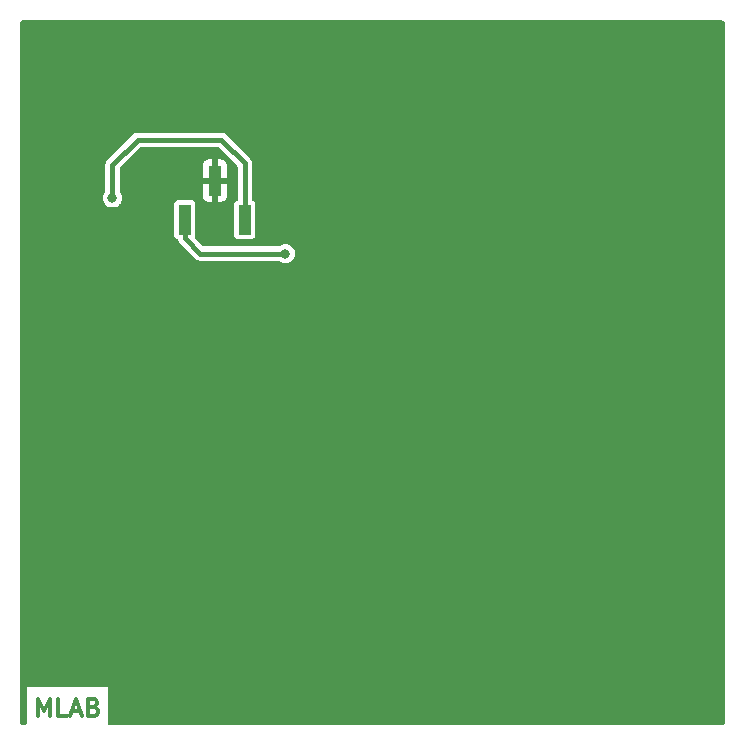
<source format=gbr>
%TF.GenerationSoftware,KiCad,Pcbnew,6.0.11+dfsg-1~bpo11+1*%
%TF.CreationDate,2023-05-28T01:19:47+00:00*%
%TF.ProjectId,PINHOLDER02,50494e48-4f4c-4444-9552-30322e6b6963,02A*%
%TF.SameCoordinates,Original*%
%TF.FileFunction,Copper,L1,Top*%
%TF.FilePolarity,Positive*%
%FSLAX46Y46*%
G04 Gerber Fmt 4.6, Leading zero omitted, Abs format (unit mm)*
G04 Created by KiCad (PCBNEW 6.0.11+dfsg-1~bpo11+1) date 2023-05-28 01:19:47*
%MOMM*%
%LPD*%
G01*
G04 APERTURE LIST*
%ADD10C,0.300000*%
%TA.AperFunction,NonConductor*%
%ADD11C,0.300000*%
%TD*%
%TA.AperFunction,ComponentPad*%
%ADD12C,6.000000*%
%TD*%
%TA.AperFunction,SMDPad,CuDef*%
%ADD13R,1.000000X2.510000*%
%TD*%
%TA.AperFunction,ViaPad*%
%ADD14C,0.800000*%
%TD*%
%TA.AperFunction,Conductor*%
%ADD15C,0.400000*%
%TD*%
G04 APERTURE END LIST*
D10*
D11*
X-2910000Y-54498571D02*
X-2910000Y-52998571D01*
X-2410000Y-54070000D01*
X-1910000Y-52998571D01*
X-1910000Y-54498571D01*
X-481429Y-54498571D02*
X-1195715Y-54498571D01*
X-1195715Y-52998571D01*
X-52858Y-54070000D02*
X661428Y-54070000D01*
X-195715Y-54498571D02*
X304285Y-52998571D01*
X804285Y-54498571D01*
X1804285Y-53712857D02*
X2018571Y-53784285D01*
X2090000Y-53855714D01*
X2161428Y-53998571D01*
X2161428Y-54212857D01*
X2090000Y-54355714D01*
X2018571Y-54427142D01*
X1875714Y-54498571D01*
X1304285Y-54498571D01*
X1304285Y-52998571D01*
X1804285Y-52998571D01*
X1947142Y-53070000D01*
X2018571Y-53141428D01*
X2090000Y-53284285D01*
X2090000Y-53427142D01*
X2018571Y-53570000D01*
X1947142Y-53641428D01*
X1804285Y-53712857D01*
X1304285Y-53712857D01*
D12*
%TO.P,M3,1*%
%TO.N,GND*%
X0Y0D03*
%TD*%
%TO.P,M2,1*%
%TO.N,GND*%
X40640000Y0D03*
%TD*%
D13*
%TO.P,J1,1*%
%TO.N,/circle_0*%
X9524000Y-12449000D03*
%TO.P,J1,2*%
%TO.N,GND*%
X12064000Y-9139000D03*
%TO.P,J1,3*%
%TO.N,Net-(J1-Pad3)*%
X14604000Y-12449000D03*
%TD*%
D12*
%TO.P,M4,1*%
%TO.N,GND*%
X0Y-20320000D03*
%TD*%
D14*
%TO.N,/circle_0*%
X18040000Y-15320000D03*
%TO.N,GND*%
X-2710000Y-6720000D03*
%TO.N,Net-(J1-Pad3)*%
X3390000Y-10620000D03*
%TD*%
D15*
%TO.N,/circle_0*%
X18040000Y-15320000D02*
X10840000Y-15320000D01*
X10840000Y-15320000D02*
X9524000Y-14004000D01*
X9524000Y-12449000D02*
X9295000Y-12220000D01*
X9524000Y-14004000D02*
X9524000Y-12449000D01*
%TO.N,Net-(J1-Pad3)*%
X3390000Y-10620000D02*
X3390000Y-7820000D01*
X5540000Y-5670000D02*
X12590000Y-5670000D01*
X14604000Y-7684000D02*
X14604000Y-12449000D01*
X12590000Y-5670000D02*
X14604000Y-7684000D01*
X3390000Y-7820000D02*
X5540000Y-5670000D01*
%TD*%
%TA.AperFunction,Conductor*%
%TO.N,GND*%
G36*
X55112843Y4405793D02*
G01*
X55182084Y4350574D01*
X55220511Y4270782D01*
X55225500Y4226500D01*
X55225500Y-55026500D01*
X55205793Y-55112843D01*
X55150574Y-55182084D01*
X55070782Y-55220511D01*
X55026500Y-55225500D01*
X3196643Y-55225500D01*
X3110300Y-55205793D01*
X3041059Y-55150574D01*
X3002632Y-55070782D01*
X2997643Y-55026500D01*
X2997643Y-51987000D01*
X-3817643Y-51987000D01*
X-3817643Y-55026500D01*
X-3837350Y-55112843D01*
X-3892569Y-55182084D01*
X-3972361Y-55220511D01*
X-4016643Y-55225500D01*
X-4226500Y-55225500D01*
X-4312843Y-55205793D01*
X-4382084Y-55150574D01*
X-4420511Y-55070782D01*
X-4425500Y-55026500D01*
X-4425500Y-10608753D01*
X2584514Y-10608753D01*
X2585600Y-10619829D01*
X2585600Y-10619830D01*
X2587210Y-10636244D01*
X2602039Y-10787486D01*
X2658726Y-10957896D01*
X2751759Y-11111512D01*
X2876514Y-11240699D01*
X3026789Y-11339036D01*
X3037214Y-11342913D01*
X3184685Y-11397757D01*
X3184687Y-11397757D01*
X3195116Y-11401636D01*
X3206143Y-11403107D01*
X3206146Y-11403108D01*
X3324486Y-11418898D01*
X3373130Y-11425388D01*
X3384207Y-11424380D01*
X3540896Y-11410121D01*
X3540898Y-11410121D01*
X3551981Y-11409112D01*
X3637381Y-11381364D01*
X3712196Y-11357055D01*
X3712199Y-11357054D01*
X3722782Y-11353615D01*
X3747239Y-11339036D01*
X3867489Y-11267353D01*
X3867490Y-11267352D01*
X3877044Y-11261657D01*
X3972973Y-11170305D01*
X3981189Y-11162481D01*
X8623500Y-11162481D01*
X8623501Y-13735518D01*
X8624723Y-13743231D01*
X8624723Y-13743237D01*
X8635903Y-13813831D01*
X8635904Y-13813834D01*
X8638354Y-13829304D01*
X8645465Y-13843260D01*
X8645466Y-13843263D01*
X8688840Y-13928388D01*
X8695950Y-13942342D01*
X8785658Y-14032050D01*
X8846976Y-14063293D01*
X8914961Y-14120052D01*
X8940483Y-14164449D01*
X8999464Y-14306841D01*
X9095718Y-14432282D01*
X9116875Y-14448517D01*
X9136439Y-14465674D01*
X10378326Y-15707561D01*
X10395483Y-15727125D01*
X10411718Y-15748282D01*
X10494121Y-15811512D01*
X10537159Y-15844536D01*
X10683238Y-15905044D01*
X10840000Y-15925682D01*
X10852928Y-15923980D01*
X10852935Y-15923980D01*
X10866433Y-15922203D01*
X10892408Y-15920500D01*
X17436322Y-15920500D01*
X17522665Y-15940207D01*
X17545287Y-15952984D01*
X17657563Y-16026455D01*
X17676789Y-16039036D01*
X17687214Y-16042913D01*
X17834685Y-16097757D01*
X17834687Y-16097757D01*
X17845116Y-16101636D01*
X17856143Y-16103107D01*
X17856146Y-16103108D01*
X17974486Y-16118898D01*
X18023130Y-16125388D01*
X18034207Y-16124380D01*
X18190896Y-16110121D01*
X18190898Y-16110121D01*
X18201981Y-16109112D01*
X18287381Y-16081364D01*
X18362196Y-16057055D01*
X18362199Y-16057054D01*
X18372782Y-16053615D01*
X18397239Y-16039036D01*
X18517489Y-15967353D01*
X18517490Y-15967352D01*
X18527044Y-15961657D01*
X18657099Y-15837807D01*
X18674570Y-15811512D01*
X18750325Y-15697490D01*
X18756483Y-15688222D01*
X18820257Y-15520336D01*
X18845251Y-15342493D01*
X18845565Y-15320000D01*
X18825546Y-15141528D01*
X18766485Y-14971927D01*
X18671316Y-14819625D01*
X18544770Y-14692193D01*
X18393136Y-14595963D01*
X18304109Y-14564262D01*
X18234436Y-14539452D01*
X18234432Y-14539451D01*
X18223951Y-14535719D01*
X18212904Y-14534402D01*
X18212901Y-14534401D01*
X18056671Y-14515772D01*
X18056669Y-14515772D01*
X18045624Y-14514455D01*
X17867017Y-14533227D01*
X17856482Y-14536813D01*
X17856479Y-14536814D01*
X17778035Y-14563519D01*
X17697007Y-14591103D01*
X17544045Y-14685206D01*
X17542992Y-14683494D01*
X17475994Y-14714941D01*
X17433644Y-14719500D01*
X11171163Y-14719500D01*
X11084820Y-14699793D01*
X11030449Y-14661214D01*
X10440624Y-14071389D01*
X10393505Y-13996401D01*
X10383589Y-13908394D01*
X10398588Y-13858443D01*
X10397696Y-13858153D01*
X10402535Y-13843260D01*
X10409646Y-13829304D01*
X10424500Y-13735519D01*
X10424499Y-11162482D01*
X10423275Y-11154753D01*
X10412097Y-11084169D01*
X10412096Y-11084166D01*
X10409646Y-11068696D01*
X10352050Y-10955658D01*
X10262342Y-10865950D01*
X10149304Y-10808354D01*
X10055519Y-10793500D01*
X10047695Y-10793500D01*
X9523627Y-10793501D01*
X8992482Y-10793501D01*
X8984769Y-10794723D01*
X8984763Y-10794723D01*
X8914169Y-10805903D01*
X8914166Y-10805904D01*
X8898696Y-10808354D01*
X8884740Y-10815465D01*
X8884737Y-10815466D01*
X8814844Y-10851079D01*
X8785658Y-10865950D01*
X8695950Y-10955658D01*
X8638354Y-11068696D01*
X8623500Y-11162481D01*
X3981189Y-11162481D01*
X3999043Y-11145479D01*
X3999044Y-11145477D01*
X4007099Y-11137807D01*
X4024570Y-11111512D01*
X4100325Y-10997490D01*
X4106483Y-10988222D01*
X4113553Y-10969612D01*
X4155631Y-10858840D01*
X4170257Y-10820336D01*
X4172286Y-10805904D01*
X4181166Y-10742712D01*
X4195251Y-10642493D01*
X4195565Y-10620000D01*
X4194869Y-10613794D01*
X4176787Y-10452588D01*
X4176786Y-10452584D01*
X4175546Y-10441528D01*
X4171245Y-10429176D01*
X11034000Y-10429176D01*
X11034720Y-10441130D01*
X11042925Y-10508924D01*
X11049165Y-10533494D01*
X11092922Y-10644015D01*
X11106115Y-10667429D01*
X11177510Y-10761487D01*
X11196513Y-10780490D01*
X11290571Y-10851885D01*
X11313985Y-10865078D01*
X11424506Y-10908835D01*
X11449076Y-10915075D01*
X11516870Y-10923280D01*
X11528824Y-10924000D01*
X11787577Y-10924000D01*
X11806547Y-10919670D01*
X11810000Y-10912500D01*
X11810000Y-10901577D01*
X12318000Y-10901577D01*
X12322330Y-10920547D01*
X12329500Y-10924000D01*
X12599176Y-10924000D01*
X12611130Y-10923280D01*
X12678924Y-10915075D01*
X12703494Y-10908835D01*
X12814015Y-10865078D01*
X12837429Y-10851885D01*
X12931487Y-10780490D01*
X12950490Y-10761487D01*
X13021885Y-10667429D01*
X13035078Y-10644015D01*
X13078835Y-10533494D01*
X13085075Y-10508924D01*
X13093280Y-10441130D01*
X13094000Y-10429176D01*
X13094000Y-9415423D01*
X13089670Y-9396453D01*
X13082500Y-9393000D01*
X12340423Y-9393000D01*
X12321453Y-9397330D01*
X12318000Y-9404500D01*
X12318000Y-10901577D01*
X11810000Y-10901577D01*
X11810000Y-9415423D01*
X11805670Y-9396453D01*
X11798500Y-9393000D01*
X11056423Y-9393000D01*
X11037453Y-9397330D01*
X11034000Y-9404500D01*
X11034000Y-10429176D01*
X4171245Y-10429176D01*
X4168094Y-10420127D01*
X4120145Y-10282437D01*
X4116485Y-10271927D01*
X4021316Y-10119625D01*
X4024320Y-10117748D01*
X3995358Y-10057143D01*
X3990500Y-10013443D01*
X3990500Y-8862577D01*
X11034000Y-8862577D01*
X11038330Y-8881547D01*
X11045500Y-8885000D01*
X11787577Y-8885000D01*
X11806547Y-8880670D01*
X11810000Y-8873500D01*
X11810000Y-8862577D01*
X12318000Y-8862577D01*
X12322330Y-8881547D01*
X12329500Y-8885000D01*
X13071577Y-8885000D01*
X13090547Y-8880670D01*
X13094000Y-8873500D01*
X13094000Y-7848824D01*
X13093280Y-7836870D01*
X13085075Y-7769076D01*
X13078835Y-7744506D01*
X13035078Y-7633985D01*
X13021885Y-7610571D01*
X12950490Y-7516513D01*
X12931487Y-7497510D01*
X12837429Y-7426115D01*
X12814015Y-7412922D01*
X12703494Y-7369165D01*
X12678924Y-7362925D01*
X12611130Y-7354720D01*
X12599176Y-7354000D01*
X12340423Y-7354000D01*
X12321453Y-7358330D01*
X12318000Y-7365500D01*
X12318000Y-8862577D01*
X11810000Y-8862577D01*
X11810000Y-7376423D01*
X11805670Y-7357453D01*
X11798500Y-7354000D01*
X11528824Y-7354000D01*
X11516870Y-7354720D01*
X11449076Y-7362925D01*
X11424506Y-7369165D01*
X11313985Y-7412922D01*
X11290571Y-7426115D01*
X11196513Y-7497510D01*
X11177510Y-7516513D01*
X11106115Y-7610571D01*
X11092922Y-7633985D01*
X11049165Y-7744506D01*
X11042925Y-7769076D01*
X11034720Y-7836870D01*
X11034000Y-7848824D01*
X11034000Y-8862577D01*
X3990500Y-8862577D01*
X3990500Y-8151163D01*
X4010207Y-8064820D01*
X4048786Y-8010449D01*
X5730449Y-6328786D01*
X5805437Y-6281667D01*
X5871163Y-6270500D01*
X12258837Y-6270500D01*
X12345180Y-6290207D01*
X12399551Y-6328786D01*
X13945214Y-7874449D01*
X13992333Y-7949437D01*
X14003500Y-8015163D01*
X14003500Y-10673769D01*
X13983793Y-10760112D01*
X13928574Y-10829353D01*
X13894845Y-10851079D01*
X13865658Y-10865950D01*
X13775950Y-10955658D01*
X13718354Y-11068696D01*
X13703500Y-11162481D01*
X13703501Y-13735518D01*
X13704723Y-13743231D01*
X13704723Y-13743237D01*
X13715903Y-13813831D01*
X13715904Y-13813834D01*
X13718354Y-13829304D01*
X13725465Y-13843260D01*
X13725466Y-13843263D01*
X13768840Y-13928388D01*
X13775950Y-13942342D01*
X13865658Y-14032050D01*
X13978696Y-14089646D01*
X14072481Y-14104500D01*
X14080305Y-14104500D01*
X14604373Y-14104499D01*
X15135518Y-14104499D01*
X15143231Y-14103277D01*
X15143237Y-14103277D01*
X15213831Y-14092097D01*
X15213834Y-14092096D01*
X15229304Y-14089646D01*
X15243260Y-14082535D01*
X15243263Y-14082534D01*
X15328388Y-14039160D01*
X15342342Y-14032050D01*
X15432050Y-13942342D01*
X15489646Y-13829304D01*
X15504500Y-13735519D01*
X15504499Y-11162482D01*
X15503275Y-11154753D01*
X15492097Y-11084169D01*
X15492096Y-11084166D01*
X15489646Y-11068696D01*
X15432050Y-10955658D01*
X15342342Y-10865950D01*
X15313156Y-10851079D01*
X15245171Y-10794321D01*
X15208545Y-10713686D01*
X15204500Y-10673769D01*
X15204500Y-7736408D01*
X15206203Y-7710433D01*
X15207980Y-7696935D01*
X15207980Y-7696928D01*
X15209682Y-7684000D01*
X15189044Y-7527238D01*
X15128536Y-7381159D01*
X15116521Y-7365500D01*
X15056450Y-7287215D01*
X15056447Y-7287211D01*
X15040222Y-7266065D01*
X15040219Y-7266062D01*
X15032282Y-7255718D01*
X15011125Y-7239483D01*
X14991561Y-7222326D01*
X13051674Y-5282439D01*
X13034517Y-5262875D01*
X13018282Y-5241718D01*
X12892841Y-5145464D01*
X12758814Y-5089948D01*
X12758810Y-5089946D01*
X12746762Y-5084956D01*
X12629361Y-5069500D01*
X12602928Y-5066020D01*
X12590000Y-5064318D01*
X12577072Y-5066020D01*
X12577065Y-5066020D01*
X12563567Y-5067797D01*
X12537592Y-5069500D01*
X5592408Y-5069500D01*
X5566433Y-5067797D01*
X5552935Y-5066020D01*
X5552928Y-5066020D01*
X5540000Y-5064318D01*
X5527072Y-5066020D01*
X5500639Y-5069500D01*
X5383238Y-5084956D01*
X5237159Y-5145464D01*
X5111718Y-5241718D01*
X5095483Y-5262875D01*
X5078326Y-5282439D01*
X3002439Y-7358326D01*
X2982875Y-7375483D01*
X2961718Y-7391718D01*
X2953781Y-7402062D01*
X2953778Y-7402065D01*
X2945448Y-7412922D01*
X2937550Y-7423215D01*
X2865464Y-7517159D01*
X2804956Y-7663238D01*
X2784318Y-7820000D01*
X2786020Y-7832928D01*
X2786020Y-7832935D01*
X2787797Y-7846433D01*
X2789500Y-7872408D01*
X2789500Y-10015409D01*
X2769793Y-10101752D01*
X2757773Y-10123208D01*
X2668446Y-10261817D01*
X2607022Y-10430578D01*
X2605628Y-10441611D01*
X2605628Y-10441612D01*
X2598850Y-10495269D01*
X2584514Y-10608753D01*
X-4425500Y-10608753D01*
X-4425500Y4226500D01*
X-4405793Y4312843D01*
X-4350574Y4382084D01*
X-4270782Y4420511D01*
X-4226500Y4425500D01*
X55026500Y4425500D01*
X55112843Y4405793D01*
G37*
%TD.AperFunction*%
%TD*%
M02*

</source>
